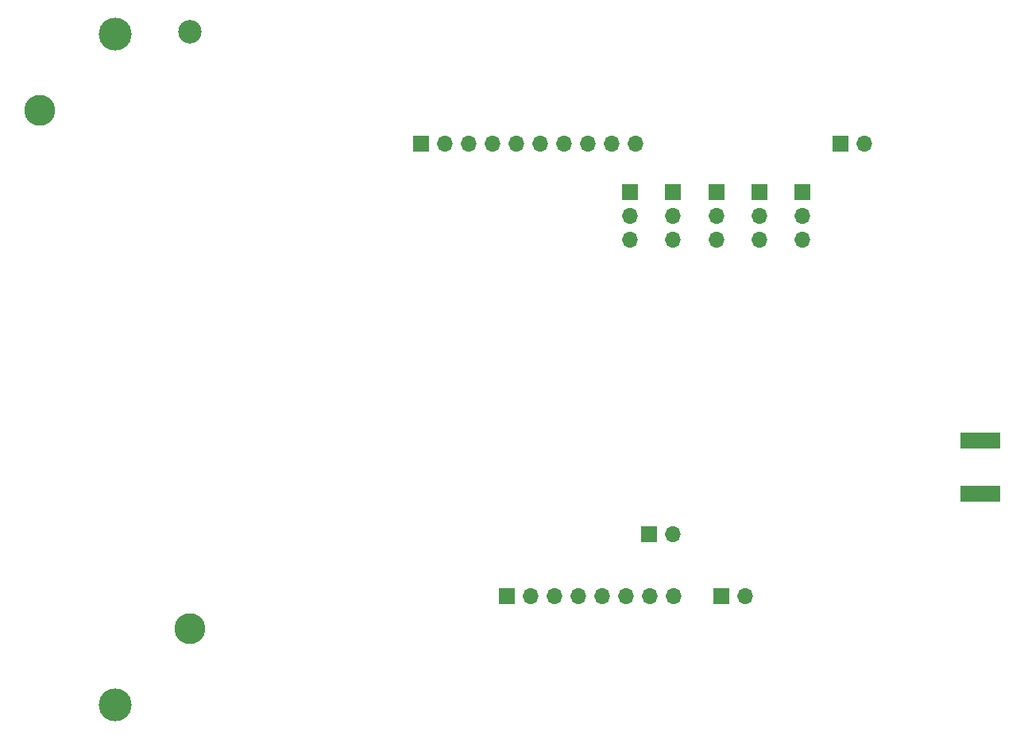
<source format=gbs>
G04 #@! TF.GenerationSoftware,KiCad,Pcbnew,7.0.8*
G04 #@! TF.CreationDate,2024-03-21T14:37:43-03:00*
G04 #@! TF.ProjectId,Demo PPI NB V2,44656d6f-2050-4504-9920-4e422056322e,rev?*
G04 #@! TF.SameCoordinates,PX25ab8e0PY6dc4960*
G04 #@! TF.FileFunction,Soldermask,Bot*
G04 #@! TF.FilePolarity,Negative*
%FSLAX46Y46*%
G04 Gerber Fmt 4.6, Leading zero omitted, Abs format (unit mm)*
G04 Created by KiCad (PCBNEW 7.0.8) date 2024-03-21 14:37:43*
%MOMM*%
%LPD*%
G01*
G04 APERTURE LIST*
%ADD10R,1.700000X1.700000*%
%ADD11O,1.700000X1.700000*%
%ADD12R,4.200000X1.750000*%
%ADD13C,3.300000*%
%ADD14C,2.500000*%
%ADD15C,3.500000*%
%ADD16C,0.001000*%
G04 APERTURE END LIST*
D10*
X43100000Y62800000D03*
D11*
X45640000Y62800000D03*
X48180000Y62800000D03*
X50720000Y62800000D03*
X53260000Y62800000D03*
X55800000Y62800000D03*
X58340000Y62800000D03*
X60880000Y62800000D03*
X63420000Y62800000D03*
X65960000Y62800000D03*
D10*
X52244000Y14540000D03*
D11*
X54784000Y14540000D03*
X57324000Y14540000D03*
X59864000Y14540000D03*
X62404000Y14540000D03*
X64944000Y14540000D03*
X67484000Y14540000D03*
X70024000Y14540000D03*
D10*
X70000000Y57625000D03*
D11*
X70000000Y55085000D03*
X70000000Y52545000D03*
D12*
X102700000Y25440000D03*
X102700000Y31090000D03*
D10*
X83800000Y57625000D03*
D11*
X83800000Y55085000D03*
X83800000Y52545000D03*
D10*
X75104000Y14540000D03*
D11*
X77644000Y14540000D03*
D13*
X18500000Y11080000D03*
X2500000Y66320000D03*
D14*
X18500000Y74700000D03*
D15*
X10500000Y74490000D03*
X10500000Y2910000D03*
D10*
X67450000Y21100000D03*
D11*
X69990000Y21100000D03*
D10*
X79200000Y57625000D03*
D11*
X79200000Y55085000D03*
X79200000Y52545000D03*
D10*
X74600000Y57625000D03*
D11*
X74600000Y55085000D03*
X74600000Y52545000D03*
D16*
X34400000Y13430000D03*
X40180000Y13430000D03*
D10*
X65400000Y57625000D03*
D11*
X65400000Y55085000D03*
X65400000Y52545000D03*
D10*
X87804000Y62800000D03*
D11*
X90344000Y62800000D03*
M02*

</source>
